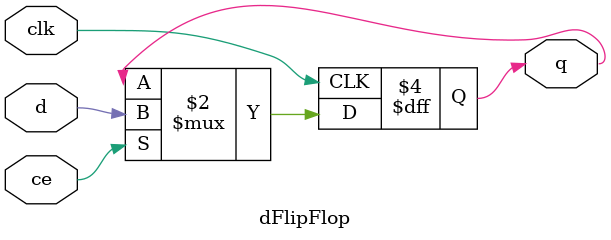
<source format=v>
`timescale 1 ns / 1 ps

module addressLatch
(
    input           clk,
    input [6:0]     d,
    input           ce,
    output reg [6:0]    q
);

	always @(posedge clk) begin
        if(ce) begin
            q = d;
        end
    end

endmodule


module dFlipFlop
(
    input           clk,
    input		    d,
    input           ce,
    output reg          q
);

	always @(posedge clk) begin
        if(ce) begin
            q <= d;
        end
    end

endmodule

// module quicktest();
//     //variables for testing address latch
//     reg clk;
//     reg[6:0] d;
//     reg ce;
//     wire[6:0] q;
//
//     addressLatch addrTest (clk, d, ce, q);
//
//     initial begin
//         clk = 0; #10
//
//         d = 7'd6;
//         ce = 1;
//         clk = 1; #10;
//
//         $display("Output address latch: %d", q);
//     end
// endmodule
//
// module quicktestDFF ();
//
// //variables for testing d flip flop
// reg clkd;
// reg dd;
// reg ced;
// wire qd;
//
// dFlipFlop dff(clkd, dd, ced, qd);
//
// initial begin
//     clkd = 0; #10
//
//     dd = 1;
//     ced = 1;
//     clkd = 1; #10;
//
//     $display("Output dff: %d", qd);
// end
// endmodule

</source>
